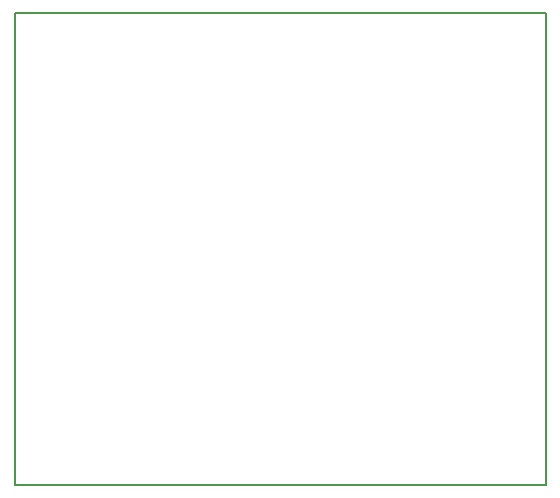
<source format=gbr>
G04 #@! TF.GenerationSoftware,KiCad,Pcbnew,5.0.2+dfsg1-1~bpo9+1*
G04 #@! TF.CreationDate,2021-10-31T12:26:06+01:00*
G04 #@! TF.ProjectId,MAC-VGA,4d41432d-5647-4412-9e6b-696361645f70,rev?*
G04 #@! TF.SameCoordinates,Original*
G04 #@! TF.FileFunction,Profile,NP*
%FSLAX46Y46*%
G04 Gerber Fmt 4.6, Leading zero omitted, Abs format (unit mm)*
G04 Created by KiCad (PCBNEW 5.0.2+dfsg1-1~bpo9+1) date Sun Oct 31 12:26:06 2021*
%MOMM*%
%LPD*%
G01*
G04 APERTURE LIST*
%ADD10C,0.200000*%
G04 APERTURE END LIST*
D10*
X100000000Y-140000000D02*
X100000000Y-100000000D01*
X145000000Y-140000000D02*
X100000000Y-140000000D01*
X145000000Y-100000000D02*
X145000000Y-140000000D01*
X100000000Y-100000000D02*
X145000000Y-100000000D01*
M02*

</source>
